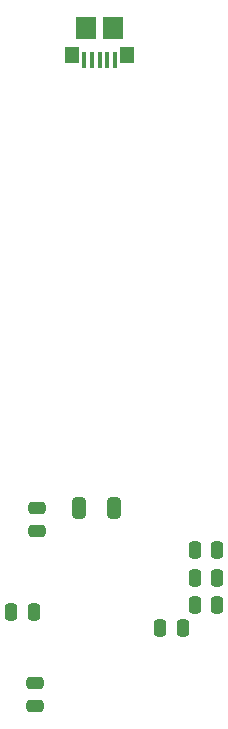
<source format=gbr>
%TF.GenerationSoftware,KiCad,Pcbnew,6.0.11-3.fc37*%
%TF.CreationDate,2023-03-10T11:04:47-06:00*%
%TF.ProjectId,ESP32,45535033-322e-46b6-9963-61645f706362,rev?*%
%TF.SameCoordinates,Original*%
%TF.FileFunction,Paste,Bot*%
%TF.FilePolarity,Positive*%
%FSLAX46Y46*%
G04 Gerber Fmt 4.6, Leading zero omitted, Abs format (unit mm)*
G04 Created by KiCad (PCBNEW 6.0.11-3.fc37) date 2023-03-10 11:04:47*
%MOMM*%
%LPD*%
G01*
G04 APERTURE LIST*
G04 Aperture macros list*
%AMRoundRect*
0 Rectangle with rounded corners*
0 $1 Rounding radius*
0 $2 $3 $4 $5 $6 $7 $8 $9 X,Y pos of 4 corners*
0 Add a 4 corners polygon primitive as box body*
4,1,4,$2,$3,$4,$5,$6,$7,$8,$9,$2,$3,0*
0 Add four circle primitives for the rounded corners*
1,1,$1+$1,$2,$3*
1,1,$1+$1,$4,$5*
1,1,$1+$1,$6,$7*
1,1,$1+$1,$8,$9*
0 Add four rect primitives between the rounded corners*
20,1,$1+$1,$2,$3,$4,$5,0*
20,1,$1+$1,$4,$5,$6,$7,0*
20,1,$1+$1,$6,$7,$8,$9,0*
20,1,$1+$1,$8,$9,$2,$3,0*%
G04 Aperture macros list end*
%ADD10RoundRect,0.250000X0.325000X0.650000X-0.325000X0.650000X-0.325000X-0.650000X0.325000X-0.650000X0*%
%ADD11RoundRect,0.250000X-0.250000X-0.475000X0.250000X-0.475000X0.250000X0.475000X-0.250000X0.475000X0*%
%ADD12RoundRect,0.250000X0.475000X-0.250000X0.475000X0.250000X-0.475000X0.250000X-0.475000X-0.250000X0*%
%ADD13R,0.400000X1.400000*%
%ADD14R,1.750000X1.900000*%
%ADD15R,1.150000X1.450000*%
%ADD16RoundRect,0.250000X0.250000X0.475000X-0.250000X0.475000X-0.250000X-0.475000X0.250000X-0.475000X0*%
%ADD17RoundRect,0.250000X-0.475000X0.250000X-0.475000X-0.250000X0.475000X-0.250000X0.475000X0.250000X0*%
G04 APERTURE END LIST*
D10*
%TO.C,C16*%
X71175000Y-62000000D03*
X68225000Y-62000000D03*
%TD*%
D11*
%TO.C,C14*%
X75150000Y-72200000D03*
X77050000Y-72200000D03*
%TD*%
D12*
%TO.C,C7*%
X64700000Y-63950000D03*
X64700000Y-62050000D03*
%TD*%
D13*
%TO.C,J2*%
X68700000Y-24050000D03*
X69350000Y-24050000D03*
X70000000Y-24050000D03*
X70650000Y-24050000D03*
X71300000Y-24050000D03*
D14*
X68875000Y-21400000D03*
D15*
X67680000Y-23630000D03*
D14*
X71125000Y-21400000D03*
D15*
X72320000Y-23630000D03*
%TD*%
D11*
%TO.C,C2*%
X78050000Y-65600000D03*
X79950000Y-65600000D03*
%TD*%
D16*
%TO.C,C4*%
X64422936Y-70800000D03*
X62522936Y-70800000D03*
%TD*%
D11*
%TO.C,C6*%
X78050000Y-70200000D03*
X79950000Y-70200000D03*
%TD*%
D17*
%TO.C,C13*%
X64500000Y-76850000D03*
X64500000Y-78750000D03*
%TD*%
D11*
%TO.C,C1*%
X78050000Y-67900000D03*
X79950000Y-67900000D03*
%TD*%
M02*

</source>
